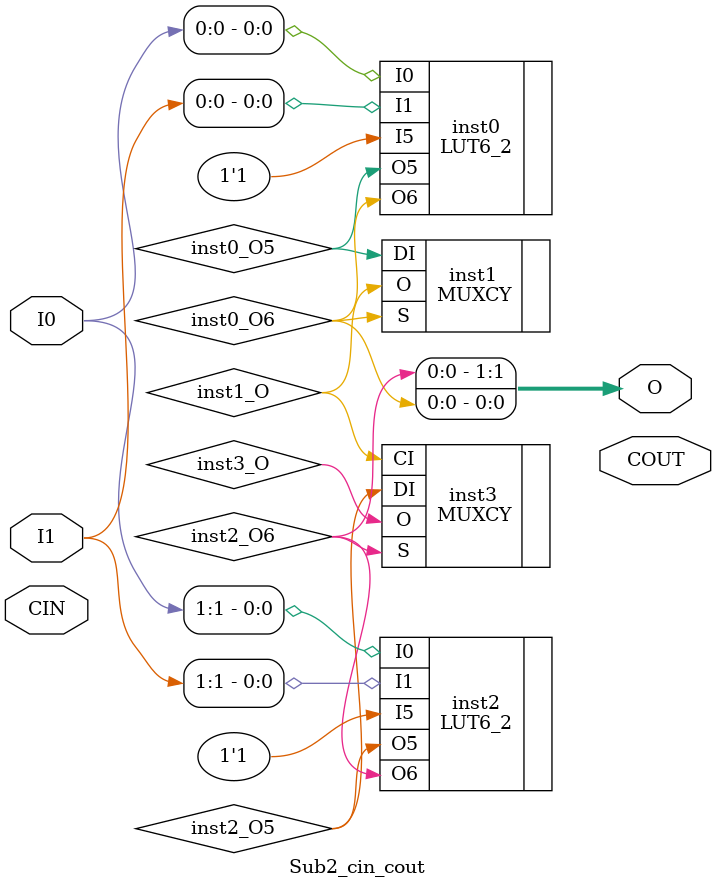
<source format=v>
module Sub2_cin_cout (input [1:0] I0, input [1:0] I1, input  CIN, output [1:0] O, output  COUT);
wire  inst0_O5;
wire  inst0_O6;
wire  inst1_O;
wire  inst2_O5;
wire  inst2_O6;
wire  inst3_O;
LUT6_2 #(.INIT(64'h4444444444444443)) inst0 (.I0(I0[0]), .I1(I1[0]), .I5(1'b1), .O5(inst0_O5), .O6(inst0_O6));
MUXCY inst1 (.DI(inst0_O5), .S(inst0_O6), .O(inst1_O));
LUT6_2 #(.INIT(64'h4444444444444443)) inst2 (.I0(I0[1]), .I1(I1[1]), .I5(1'b1), .O5(inst2_O5), .O6(inst2_O6));
MUXCY inst3 (.DI(inst2_O5), .CI(inst1_O), .S(inst2_O6), .O(inst3_O));
assign O = {inst2_O6,inst0_O6};
endmodule


</source>
